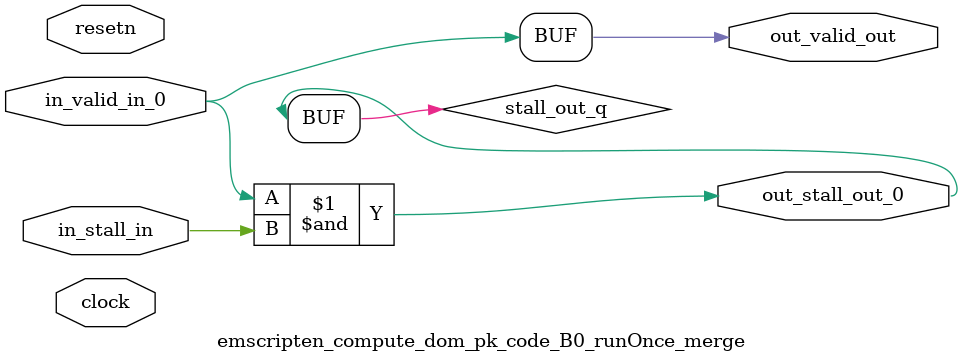
<source format=sv>



(* altera_attribute = "-name AUTO_SHIFT_REGISTER_RECOGNITION OFF; -name MESSAGE_DISABLE 10036; -name MESSAGE_DISABLE 10037; -name MESSAGE_DISABLE 14130; -name MESSAGE_DISABLE 14320; -name MESSAGE_DISABLE 15400; -name MESSAGE_DISABLE 14130; -name MESSAGE_DISABLE 10036; -name MESSAGE_DISABLE 12020; -name MESSAGE_DISABLE 12030; -name MESSAGE_DISABLE 12010; -name MESSAGE_DISABLE 12110; -name MESSAGE_DISABLE 14320; -name MESSAGE_DISABLE 13410; -name MESSAGE_DISABLE 113007; -name MESSAGE_DISABLE 10958" *)
module emscripten_compute_dom_pk_code_B0_runOnce_merge (
    input wire [0:0] in_stall_in,
    input wire [0:0] in_valid_in_0,
    output wire [0:0] out_stall_out_0,
    output wire [0:0] out_valid_out,
    input wire clock,
    input wire resetn
    );

    wire [0:0] stall_out_q;


    // stall_out(LOGICAL,6)
    assign stall_out_q = in_valid_in_0 & in_stall_in;

    // out_stall_out_0(GPOUT,4)
    assign out_stall_out_0 = stall_out_q;

    // out_valid_out(GPOUT,5)
    assign out_valid_out = in_valid_in_0;

endmodule

</source>
